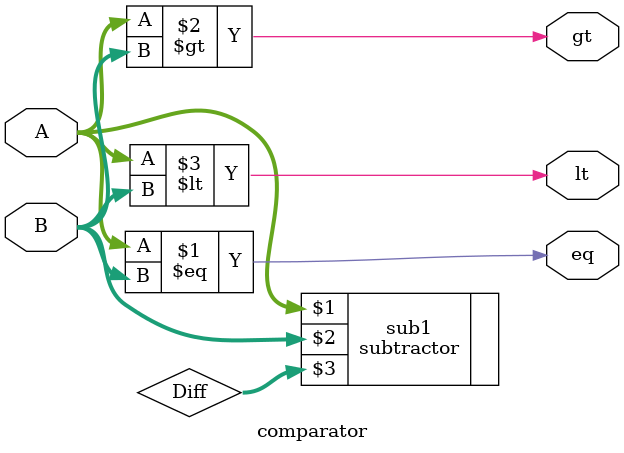
<source format=v>
module comparator(A, B, lt, gt, eq);
    input [3:0] A, B;
    output lt, gt, eq;
    wire [3:0] Diff;

    subtractor sub1(A, B, Diff);

    assign eq = (A == B);
    assign gt = (A > B);
    assign lt = (A < B);
endmodule

</source>
